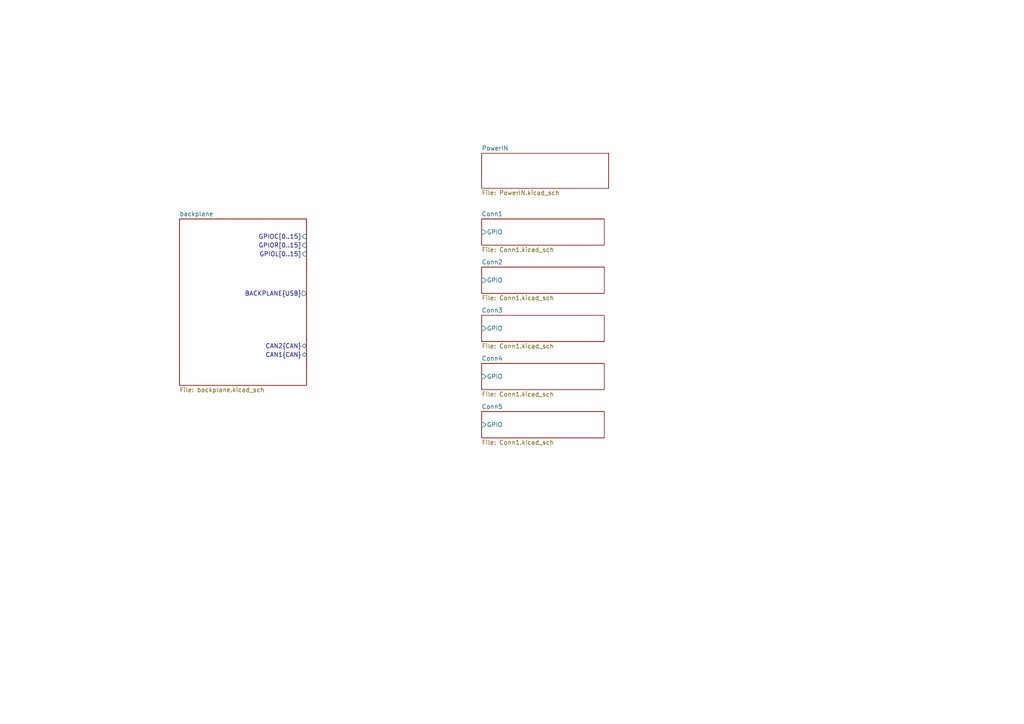
<source format=kicad_sch>
(kicad_sch
	(version 20250114)
	(generator "eeschema")
	(generator_version "9.0")
	(uuid "8ef3faa9-26ac-4d67-9a0f-d4499667925b")
	(paper "A4")
	(lib_symbols)
	(sheet
		(at 139.7 44.45)
		(size 36.83 10.16)
		(exclude_from_sim no)
		(in_bom yes)
		(on_board yes)
		(dnp no)
		(fields_autoplaced yes)
		(stroke
			(width 0.1524)
			(type solid)
		)
		(fill
			(color 0 0 0 0.0000)
		)
		(uuid "2da9368d-57bc-4547-94c7-3616951f71e4")
		(property "Sheetname" "PowerIN"
			(at 139.7 43.7384 0)
			(effects
				(font
					(size 1.27 1.27)
				)
				(justify left bottom)
			)
		)
		(property "Sheetfile" "PowerIN.kicad_sch"
			(at 139.7 55.1946 0)
			(effects
				(font
					(size 1.27 1.27)
				)
				(justify left top)
			)
		)
		(instances
			(project "ModuCard-GPIO-AUX"
				(path "/8ef3faa9-26ac-4d67-9a0f-d4499667925b"
					(page "18")
				)
			)
		)
	)
	(sheet
		(at 52.07 63.5)
		(size 36.83 48.26)
		(exclude_from_sim no)
		(in_bom yes)
		(on_board yes)
		(dnp no)
		(fields_autoplaced yes)
		(stroke
			(width 0.1524)
			(type solid)
		)
		(fill
			(color 0 0 0 0.0000)
		)
		(uuid "4d6a26ce-2624-4f1b-9c72-c26e7e9fc788")
		(property "Sheetname" "backplane"
			(at 52.07 62.7884 0)
			(effects
				(font
					(size 1.27 1.27)
				)
				(justify left bottom)
			)
		)
		(property "Sheetfile" "backplane.kicad_sch"
			(at 52.07 112.3446 0)
			(effects
				(font
					(size 1.27 1.27)
				)
				(justify left top)
			)
		)
		(pin "GPIOC[0..15]" input
			(at 88.9 68.58 0)
			(uuid "d69b26b8-f55c-4aef-bc15-1aeb9229b9f8")
			(effects
				(font
					(size 1.27 1.27)
				)
				(justify right)
			)
		)
		(pin "BACKPLANE{USB}" output
			(at 88.9 85.09 0)
			(uuid "a47607c3-ba99-449a-aeb9-6216607fb139")
			(effects
				(font
					(size 1.27 1.27)
				)
				(justify right)
			)
		)
		(pin "CAN2{CAN}" bidirectional
			(at 88.9 100.33 0)
			(uuid "8c2ea9c7-653f-47d5-a05f-4638940da7fa")
			(effects
				(font
					(size 1.27 1.27)
				)
				(justify right)
			)
		)
		(pin "GPIOR[0..15]" input
			(at 88.9 71.12 0)
			(uuid "d5b8e320-f241-49b5-b3dc-9c82fae758ff")
			(effects
				(font
					(size 1.27 1.27)
				)
				(justify right)
			)
		)
		(pin "CAN1{CAN}" bidirectional
			(at 88.9 102.87 0)
			(uuid "0dae52a4-ac65-4963-80c9-208c0b34dc64")
			(effects
				(font
					(size 1.27 1.27)
				)
				(justify right)
			)
		)
		(pin "GPIOL[0..15]" input
			(at 88.9 73.66 0)
			(uuid "f337e8c8-2da0-47fa-a967-9cb2f32639ec")
			(effects
				(font
					(size 1.27 1.27)
				)
				(justify right)
			)
		)
		(instances
			(project "ModuCard-GPIO-AUX"
				(path "/8ef3faa9-26ac-4d67-9a0f-d4499667925b"
					(page "17")
				)
			)
		)
	)
	(sheet
		(at 139.7 105.41)
		(size 35.56 7.62)
		(exclude_from_sim no)
		(in_bom yes)
		(on_board yes)
		(dnp no)
		(fields_autoplaced yes)
		(stroke
			(width 0.1524)
			(type solid)
		)
		(fill
			(color 0 0 0 0.0000)
		)
		(uuid "5ae3eed6-4fe2-473c-9b82-fbbaf2f3caa4")
		(property "Sheetname" "Conn4"
			(at 139.7 104.6984 0)
			(effects
				(font
					(size 1.27 1.27)
				)
				(justify left bottom)
			)
		)
		(property "Sheetfile" "Conn1.kicad_sch"
			(at 139.7 113.6146 0)
			(effects
				(font
					(size 1.27 1.27)
				)
				(justify left top)
			)
		)
		(pin "GPIO" input
			(at 139.7 109.22 180)
			(uuid "33449b3f-d0ab-42cb-9bec-359047188869")
			(effects
				(font
					(size 1.27 1.27)
				)
				(justify left)
			)
		)
		(instances
			(project "ModuCard-GPIO-AUX"
				(path "/8ef3faa9-26ac-4d67-9a0f-d4499667925b"
					(page "11")
				)
			)
		)
	)
	(sheet
		(at 139.7 77.47)
		(size 35.56 7.62)
		(exclude_from_sim no)
		(in_bom yes)
		(on_board yes)
		(dnp no)
		(fields_autoplaced yes)
		(stroke
			(width 0.1524)
			(type solid)
		)
		(fill
			(color 0 0 0 0.0000)
		)
		(uuid "8790317c-2f94-4897-9222-89a0fa74b781")
		(property "Sheetname" "Conn2"
			(at 139.7 76.7584 0)
			(effects
				(font
					(size 1.27 1.27)
				)
				(justify left bottom)
			)
		)
		(property "Sheetfile" "Conn1.kicad_sch"
			(at 139.7 85.6746 0)
			(effects
				(font
					(size 1.27 1.27)
				)
				(justify left top)
			)
		)
		(pin "GPIO" input
			(at 139.7 81.28 180)
			(uuid "b14eb094-34f7-4014-98cb-d14e30298b5e")
			(effects
				(font
					(size 1.27 1.27)
				)
				(justify left)
			)
		)
		(instances
			(project "ModuCard-GPIO-AUX"
				(path "/8ef3faa9-26ac-4d67-9a0f-d4499667925b"
					(page "5")
				)
			)
		)
	)
	(sheet
		(at 139.7 119.38)
		(size 35.56 7.62)
		(exclude_from_sim no)
		(in_bom yes)
		(on_board yes)
		(dnp no)
		(fields_autoplaced yes)
		(stroke
			(width 0.1524)
			(type solid)
		)
		(fill
			(color 0 0 0 0.0000)
		)
		(uuid "9aedf911-26ec-4067-95ab-1c11f8fe26e0")
		(property "Sheetname" "Conn5"
			(at 139.7 118.6684 0)
			(effects
				(font
					(size 1.27 1.27)
				)
				(justify left bottom)
			)
		)
		(property "Sheetfile" "Conn1.kicad_sch"
			(at 139.7 127.5846 0)
			(effects
				(font
					(size 1.27 1.27)
				)
				(justify left top)
			)
		)
		(pin "GPIO" input
			(at 139.7 123.19 180)
			(uuid "5e516417-f2f1-44d8-ad09-bcba83eb8352")
			(effects
				(font
					(size 1.27 1.27)
				)
				(justify left)
			)
		)
		(instances
			(project "ModuCard-GPIO-AUX"
				(path "/8ef3faa9-26ac-4d67-9a0f-d4499667925b"
					(page "14")
				)
			)
		)
	)
	(sheet
		(at 139.7 91.44)
		(size 35.56 7.62)
		(exclude_from_sim no)
		(in_bom yes)
		(on_board yes)
		(dnp no)
		(fields_autoplaced yes)
		(stroke
			(width 0.1524)
			(type solid)
		)
		(fill
			(color 0 0 0 0.0000)
		)
		(uuid "a1333ab6-9aaa-4fbc-bc6b-224a0904cdda")
		(property "Sheetname" "Conn3"
			(at 139.7 90.7284 0)
			(effects
				(font
					(size 1.27 1.27)
				)
				(justify left bottom)
			)
		)
		(property "Sheetfile" "Conn1.kicad_sch"
			(at 139.7 99.6446 0)
			(effects
				(font
					(size 1.27 1.27)
				)
				(justify left top)
			)
		)
		(pin "GPIO" input
			(at 139.7 95.25 180)
			(uuid "223f686c-3c14-4e6e-bbed-7938ec6356b5")
			(effects
				(font
					(size 1.27 1.27)
				)
				(justify left)
			)
		)
		(instances
			(project "ModuCard-GPIO-AUX"
				(path "/8ef3faa9-26ac-4d67-9a0f-d4499667925b"
					(page "8")
				)
			)
		)
	)
	(sheet
		(at 139.7 63.5)
		(size 35.56 7.62)
		(exclude_from_sim no)
		(in_bom yes)
		(on_board yes)
		(dnp no)
		(fields_autoplaced yes)
		(stroke
			(width 0.1524)
			(type solid)
		)
		(fill
			(color 0 0 0 0.0000)
		)
		(uuid "a8ae1582-52f1-4cc3-aee3-2d6c180077b5")
		(property "Sheetname" "Conn1"
			(at 139.7 62.7884 0)
			(effects
				(font
					(size 1.27 1.27)
				)
				(justify left bottom)
			)
		)
		(property "Sheetfile" "Conn1.kicad_sch"
			(at 139.7 71.7046 0)
			(effects
				(font
					(size 1.27 1.27)
				)
				(justify left top)
			)
		)
		(pin "GPIO" input
			(at 139.7 67.31 180)
			(uuid "df787ad6-6fe4-47ed-8ab6-e0695bf997a2")
			(effects
				(font
					(size 1.27 1.27)
				)
				(justify left)
			)
		)
		(instances
			(project "ModuCard-GPIO-AUX"
				(path "/8ef3faa9-26ac-4d67-9a0f-d4499667925b"
					(page "2")
				)
			)
		)
	)
	(sheet_instances
		(path "/"
			(page "1")
		)
	)
	(embedded_fonts no)
)

</source>
